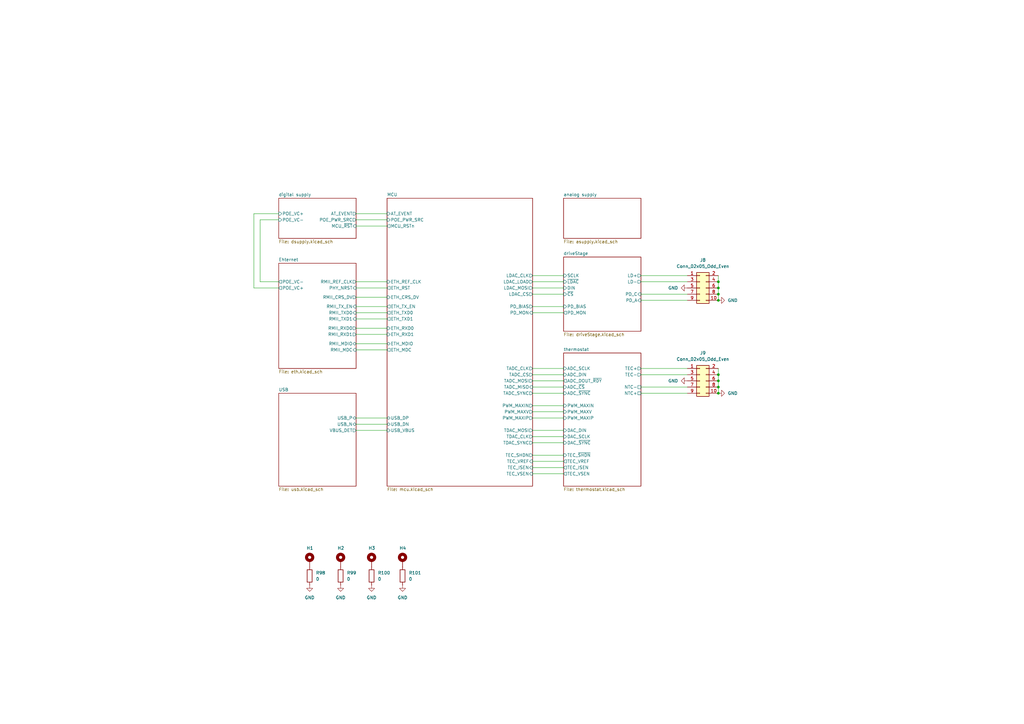
<source format=kicad_sch>
(kicad_sch (version 20211123) (generator eeschema)
  (paper "A3")
  (title_block (title "Kirdy") (date "2022-07-03") (rev "r0.1") (company "M-Labs") (comment 1 "Alex Wong Tat Hang"))
  (lib_symbols
    (symbol "Connector_Generic:Conn_02x05_Odd_Even" (pin_names (offset 1.016) hide)
      (property "Reference" "J" (at 1.27 7.62 0))
      (property "Value" "Conn_02x05_Odd_Even" (at 1.27 -7.62 0))
      (symbol "Conn_02x05_Odd_Even_1_1"
        (rectangle (start -1.27 -4.953) (end 0 -5.207) (stroke (width 0.1524)))
        (rectangle (start -1.27 -2.413) (end 0 -2.667) (stroke (width 0.1524)))
        (rectangle (start -1.27 0.127) (end 0 -0.127) (stroke (width 0.1524)))
        (rectangle (start -1.27 2.667) (end 0 2.413) (stroke (width 0.1524)))
        (rectangle (start -1.27 5.207) (end 0 4.953) (stroke (width 0.1524)))
        (rectangle (start -1.27 6.35) (end 3.81 -6.35) (stroke (width 0.254)) (fill (type background)))
        (rectangle (start 3.81 -4.953) (end 2.54 -5.207) (stroke (width 0.1524)))
        (rectangle (start 3.81 -2.413) (end 2.54 -2.667) (stroke (width 0.1524)))
        (rectangle (start 3.81 0.127) (end 2.54 -0.127) (stroke (width 0.1524)))
        (rectangle (start 3.81 2.667) (end 2.54 2.413) (stroke (width 0.1524)))
        (rectangle (start 3.81 5.207) (end 2.54 4.953) (stroke (width 0.1524)))
        (pin passive line (at -5.08 5.08 0) (length 3.81) (name "Pin_1") (number "1"))
        (pin passive line (at 7.62 -5.08 180) (length 3.81) (name "Pin_10") (number "10"))
        (pin passive line (at 7.62 5.08 180) (length 3.81) (name "Pin_2") (number "2"))
        (pin passive line (at -5.08 2.54 0) (length 3.81) (name "Pin_3") (number "3"))
        (pin passive line (at 7.62 2.54 180) (length 3.81) (name "Pin_4") (number "4"))
        (pin passive line (at -5.08 0 0) (length 3.81) (name "Pin_5") (number "5"))
        (pin passive line (at 7.62 0 180) (length 3.81) (name "Pin_6") (number "6"))
        (pin passive line (at -5.08 -2.54 0) (length 3.81) (name "Pin_7") (number "7"))
        (pin passive line (at 7.62 -2.54 180) (length 3.81) (name "Pin_8") (number "8"))
        (pin passive line (at -5.08 -5.08 0) (length 3.81) (name "Pin_9") (number "9"))
      )
    )
    (symbol "Device:R" (pin_numbers hide) (pin_names (offset 0))
      (property "Reference" "R" (at 2.032 0 90))
      (property "Value" "R" (at 0 0 90))
      (symbol "R_0_1"
        (rectangle (start -1.016 -2.54) (end 1.016 2.54) (stroke (width 0.254)))
      )
      (symbol "R_1_1"
        (pin passive line (at 0 3.81 270) (length 1.27) (name "~") (number "1"))
        (pin passive line (at 0 -3.81 90) (length 1.27) (name "~") (number "2"))
      )
    )
    (symbol "Mechanical:MountingHole_Pad" (pin_numbers hide) (pin_names (offset 1.016) hide)
      (property "Reference" "H" (at 0 6.35 0))
      (property "Value" "MountingHole_Pad" (at 0 4.445 0))
      (symbol "MountingHole_Pad_0_1"
        (circle (center 0 1.27) (radius 1.27) (stroke (width 1.27)))
      )
      (symbol "MountingHole_Pad_1_1"
        (pin input line (at 0 -2.54 90) (length 2.54) (name "1") (number "1"))
      )
    )
    (symbol "power:GND" (power) (pin_names (offset 0))
      (property "Value" "GND" (at 0 -3.81 0))
      (symbol "GND_0_1"
        (polyline (pts (xy 0 0) (xy 0 -1.27) (xy 1.27 -1.27) (xy 0 -2.54) (xy -1.27 -1.27) (xy 0 -1.27)))
      )
      (symbol "GND_1_1"
        (pin power_in line (at 0 0 270) (length 0) hide (name "GND") (number "1"))
      )
    )
  )
  (junction (at 294.64 161.29))
  (junction (at 294.64 118.11))
  (junction (at 294.64 158.75))
  (junction (at 294.64 156.21))
  (junction (at 294.64 120.65))
  (junction (at 294.64 115.57))
  (junction (at 294.64 153.67))
  (junction (at 294.64 123.19))
  (wire (pts (xy 146.05 176.53) (xy 158.75 176.53)))
  (wire (pts (xy 294.64 153.67) (xy 294.64 156.21)))
  (wire (pts (xy 218.44 168.91) (xy 231.14 168.91)))
  (wire (pts (xy 218.44 176.53) (xy 231.14 176.53)))
  (wire (pts (xy 294.64 115.57) (xy 294.64 118.11)))
  (wire (pts (xy 146.05 125.73) (xy 158.75 125.73)))
  (wire (pts (xy 262.89 123.19) (xy 281.94 123.19)))
  (wire (pts (xy 218.44 151.13) (xy 231.14 151.13)))
  (wire (pts (xy 146.05 173.99) (xy 158.75 173.99)))
  (wire (pts (xy 218.44 161.29) (xy 231.14 161.29)))
  (wire (pts (xy 146.05 115.57) (xy 158.75 115.57)))
  (wire (pts (xy 218.44 171.45) (xy 231.14 171.45)))
  (wire (pts (xy 146.05 140.97) (xy 158.75 140.97)))
  (wire (pts (xy 218.44 194.31) (xy 231.14 194.31)))
  (wire (pts (xy 218.44 153.67) (xy 231.14 153.67)))
  (wire (pts (xy 104.14 118.11) (xy 104.14 87.63)))
  (wire (pts (xy 218.44 166.37) (xy 231.14 166.37)))
  (wire (pts (xy 218.44 189.23) (xy 231.14 189.23)))
  (wire (pts (xy 218.44 179.07) (xy 231.14 179.07)))
  (wire (pts (xy 262.89 161.29) (xy 281.94 161.29)))
  (wire (pts (xy 146.05 121.92) (xy 158.75 121.92)))
  (wire (pts (xy 146.05 171.45) (xy 158.75 171.45)))
  (wire (pts (xy 146.05 87.63) (xy 158.75 87.63)))
  (wire (pts (xy 262.89 113.03) (xy 281.94 113.03)))
  (wire (pts (xy 146.05 90.17) (xy 158.75 90.17)))
  (wire (pts (xy 294.64 118.11) (xy 294.64 120.65)))
  (wire (pts (xy 106.68 115.57) (xy 106.68 90.17)))
  (wire (pts (xy 146.05 130.81) (xy 158.75 130.81)))
  (wire (pts (xy 218.44 115.57) (xy 231.14 115.57)))
  (wire (pts (xy 262.89 120.65) (xy 281.94 120.65)))
  (wire (pts (xy 106.68 90.17) (xy 114.3 90.17)))
  (wire (pts (xy 146.05 118.11) (xy 158.75 118.11)))
  (wire (pts (xy 146.05 128.27) (xy 158.75 128.27)))
  (wire (pts (xy 294.64 158.75) (xy 294.64 161.29)))
  (wire (pts (xy 114.3 118.11) (xy 104.14 118.11)))
  (wire (pts (xy 262.89 158.75) (xy 281.94 158.75)))
  (wire (pts (xy 146.05 134.62) (xy 158.75 134.62)))
  (wire (pts (xy 218.44 118.11) (xy 231.14 118.11)))
  (wire (pts (xy 294.64 120.65) (xy 294.64 123.19)))
  (wire (pts (xy 218.44 156.21) (xy 231.14 156.21)))
  (wire (pts (xy 218.44 128.27) (xy 231.14 128.27)))
  (wire (pts (xy 218.44 186.69) (xy 231.14 186.69)))
  (wire (pts (xy 218.44 125.73) (xy 231.14 125.73)))
  (wire (pts (xy 218.44 181.61) (xy 231.14 181.61)))
  (wire (pts (xy 218.44 158.75) (xy 231.14 158.75)))
  (wire (pts (xy 294.64 113.03) (xy 294.64 115.57)))
  (wire (pts (xy 218.44 120.65) (xy 231.14 120.65)))
  (wire (pts (xy 104.14 87.63) (xy 114.3 87.63)))
  (wire (pts (xy 262.89 151.13) (xy 281.94 151.13)))
  (wire (pts (xy 114.3 115.57) (xy 106.68 115.57)))
  (wire (pts (xy 262.89 153.67) (xy 281.94 153.67)))
  (wire (pts (xy 294.64 156.21) (xy 294.64 158.75)))
  (wire (pts (xy 146.05 143.51) (xy 158.75 143.51)))
  (wire (pts (xy 262.89 115.57) (xy 281.94 115.57)))
  (wire (pts (xy 218.44 191.77) (xy 231.14 191.77)))
  (wire (pts (xy 146.05 92.71) (xy 158.75 92.71)))
  (wire (pts (xy 218.44 113.03) (xy 231.14 113.03)))
  (wire (pts (xy 294.64 151.13) (xy 294.64 153.67)))
  (wire (pts (xy 146.05 137.16) (xy 158.75 137.16)))
  (symbol (lib_id "Connector_Generic:Conn_02x05_Odd_Even") (at 287.02 156.21 0) (unit 1)
    (property "Reference" "J9" (at 288.29 144.78 0))
    (property "Value" "Conn_02x05_Odd_Even" (at 288.29 147.32 0))
    (property "Footprint" "Connector_PinHeader_2.54mm:PinHeader_2x05_P2.54mm_Vertical_SMD" (effects hide))
    (property "MFR_PN" "3020-10-0300-00" (effects hide))
    (property "MFR_PN_ALT" "SBH11-NBPC-D05-SM-BK" (effects hide))
  )
  (symbol (lib_id "Device:R") (at 165.1 236.22 0) (unit 1)
    (property "Reference" "R101" (at 167.64 234.9499 0) (effects (justify left)))
    (property "Value" "0" (at 167.64 237.4899 0) (effects (justify left)))
    (property "Footprint" "Resistor_SMD:R_0603_1608Metric" (effects hide))
    (property "MFR_PN" "RMCF0603ZT0R00" (effects hide))
    (property "MFR_PN_ALT" "CR0603-J/-000ELF" (effects hide))
  )
  (symbol (lib_id "power:GND") (at 127 240.03 0) (unit 1)
    (property "Reference" "#PWR064" (effects hide))
    (property "Value" "GND" (at 127 245.11 0))
  )
  (symbol (lib_id "power:GND") (at 139.7 240.03 0) (unit 1)
    (property "Reference" "#PWR0163" (effects hide))
    (property "Value" "GND" (at 139.7 245.11 0))
  )
  (symbol (lib_id "Device:R") (at 127 236.22 0) (unit 1)
    (property "Reference" "R98" (at 129.54 234.9499 0) (effects (justify left)))
    (property "Value" "0" (at 129.54 237.4899 0) (effects (justify left)))
    (property "Footprint" "Resistor_SMD:R_0603_1608Metric" (effects hide))
    (property "MFR_PN" "RMCF0603ZT0R00" (effects hide))
    (property "MFR_PN_ALT" "CR0603-J/-000ELF" (effects hide))
  )
  (symbol (lib_id "Mechanical:MountingHole_Pad") (at 127 229.87 0) (unit 1)
    (property "Reference" "H1" (at 125.73 224.79 0) (effects (justify left)))
    (property "Value" "MountingHole_Pad" (effects hide))
    (property "Footprint" "MountingHole:MountingHole_2.7mm_M2.5_Pad_Via" (effects hide))
  )
  (symbol (lib_id "Device:R") (at 139.7 236.22 0) (unit 1)
    (property "Reference" "R99" (at 142.24 234.9499 0) (effects (justify left)))
    (property "Value" "0" (at 142.24 237.4899 0) (effects (justify left)))
    (property "Footprint" "Resistor_SMD:R_0603_1608Metric" (effects hide))
    (property "MFR_PN" "RMCF0603ZT0R00" (effects hide))
    (property "MFR_PN_ALT" "CR0603-J/-000ELF" (effects hide))
  )
  (symbol (lib_id "Mechanical:MountingHole_Pad") (at 139.7 229.87 0) (unit 1)
    (property "Reference" "H2" (at 138.43 224.79 0) (effects (justify left)))
    (property "Value" "MountingHole_Pad" (effects hide))
    (property "Footprint" "MountingHole:MountingHole_2.7mm_M2.5_Pad_Via" (effects hide))
  )
  (symbol (lib_id "power:GND") (at 294.64 161.29 90) (unit 1)
    (property "Reference" "#PWR0159" (effects hide))
    (property "Value" "GND" (at 298.45 161.2899 90) (effects (justify right)))
  )
  (symbol (lib_id "power:GND") (at 281.94 118.11 270) (unit 1)
    (property "Reference" "#PWR0156" (effects hide))
    (property "Value" "GND" (at 278.13 118.1099 90) (effects (justify right)))
  )
  (symbol (lib_id "Mechanical:MountingHole_Pad") (at 165.1 229.87 0) (unit 1)
    (property "Reference" "H4" (at 163.83 224.79 0) (effects (justify left)))
    (property "Value" "MountingHole_Pad" (effects hide))
    (property "Footprint" "MountingHole:MountingHole_2.7mm_M2.5_Pad_Via" (effects hide))
  )
  (symbol (lib_id "Mechanical:MountingHole_Pad") (at 152.4 229.87 0) (unit 1)
    (property "Reference" "H3" (at 151.13 224.79 0) (effects (justify left)))
    (property "Value" "MountingHole_Pad" (effects hide))
    (property "Footprint" "MountingHole:MountingHole_2.7mm_M2.5_Pad_Via" (effects hide))
  )
  (symbol (lib_id "power:GND") (at 152.4 240.03 0) (unit 1)
    (property "Reference" "#PWR0164" (effects hide))
    (property "Value" "GND" (at 152.4 245.11 0))
  )
  (symbol (lib_id "power:GND") (at 294.64 123.19 90) (unit 1)
    (property "Reference" "#PWR0158" (effects hide))
    (property "Value" "GND" (at 298.45 123.1899 90) (effects (justify right)))
  )
  (symbol (lib_id "Connector_Generic:Conn_02x05_Odd_Even") (at 287.02 118.11 0) (unit 1)
    (property "Reference" "J8" (at 288.29 106.68 0))
    (property "Value" "Conn_02x05_Odd_Even" (at 288.29 109.22 0))
    (property "Footprint" "Connector_PinHeader_2.54mm:PinHeader_2x05_P2.54mm_Vertical_SMD" (effects hide))
    (property "MFR_PN" "3020-10-0300-00" (effects hide))
    (property "MFR_PN_ALT" "SBH11-NBPC-D05-SM-BK" (effects hide))
  )
  (symbol (lib_id "power:GND") (at 165.1 240.03 0) (unit 1)
    (property "Reference" "#PWR0165" (effects hide))
    (property "Value" "GND" (at 165.1 245.11 0))
  )
  (symbol (lib_id "power:GND") (at 281.94 156.21 270) (unit 1)
    (property "Reference" "#PWR0157" (effects hide))
    (property "Value" "GND" (at 278.13 156.2099 90) (effects (justify right)))
  )
  (symbol (lib_id "Device:R") (at 152.4 236.22 0) (unit 1)
    (property "Reference" "R100" (at 154.94 234.9499 0) (effects (justify left)))
    (property "Value" "0" (at 154.94 237.4899 0) (effects (justify left)))
    (property "Footprint" "Resistor_SMD:R_0603_1608Metric" (effects hide))
    (property "MFR_PN" "RMCF0603ZT0R00" (effects hide))
    (property "MFR_PN_ALT" "CR0603-J/-000ELF" (effects hide))
  )
  (sheet (at 114.3 107.95) (size 31.75 43.18) (stroke (width 0.1524))
    (property "Sheet name" "Ehternet" (at 114.3 107.2384 0) (effects (justify left bottom)))
    (property "Sheet file" "eth.kicad_sch" (at 114.3 151.7146 0) (effects (justify left top)))
    (pin "RMII_MDIO" bidirectional (at 146.05 140.97 0))
    (pin "PHY_NRST" input (at 146.05 118.11 0))
    (pin "RMII_MDC" input (at 146.05 143.51 0))
    (pin "RMII_CRS_DV" output (at 146.05 121.92 0))
    (pin "RMII_TX_EN" input (at 146.05 125.73 0))
    (pin "RMII_TXD0" input (at 146.05 128.27 0))
    (pin "RMII_TXD1" input (at 146.05 130.81 0))
    (pin "RMII_RXD0" output (at 146.05 134.62 0))
    (pin "RMII_RXD1" output (at 146.05 137.16 0))
    (pin "POE_VC-" output (at 114.3 115.57 180))
    (pin "POE_VC+" output (at 114.3 118.11 180))
    (pin "RMII_REF_CLK" output (at 146.05 115.57 0))
  )
  (sheet (at 114.3 161.29) (size 31.75 38.1) (stroke (width 0.1524))
    (property "Sheet name" "USB" (at 114.3 160.5784 0) (effects (justify left bottom)))
    (property "Sheet file" "usb.kicad_sch" (at 114.3 199.9746 0) (effects (justify left top)))
    (pin "USB_N" bidirectional (at 146.05 173.99 0))
    (pin "USB_P" bidirectional (at 146.05 171.45 0))
    (pin "VBUS_DET" output (at 146.05 176.53 0))
  )
  (sheet (at 231.14 105.41) (size 31.75 30.48) (stroke (width 0.1524))
    (property "Sheet name" "driveStage" (at 231.14 104.6984 0) (effects (justify left bottom)))
    (property "Sheet file" "driveStage.kicad_sch" (at 231.14 136.4746 0) (effects (justify left top)))
    (pin "LD-" output (at 262.89 115.57 0))
    (pin "LD+" output (at 262.89 113.03 0))
    (pin "SCLK" input (at 231.14 113.03 180))
    (pin "DIN" input (at 231.14 118.11 180))
    (pin "~{LDAC}" input (at 231.14 115.57 180))
    (pin "~{CS}" input (at 231.14 120.65 180))
    (pin "PD_A" input (at 262.89 123.19 0))
    (pin "PD_C" input (at 262.89 120.65 0))
    (pin "PD_BIAS" input (at 231.14 125.73 180))
    (pin "PD_MON" output (at 231.14 128.27 180))
  )
  (sheet (at 114.3 81.28) (size 31.75 16.51) (stroke (width 0.1524))
    (property "Sheet name" "digital supply" (at 114.3 80.5684 0) (effects (justify left bottom)))
    (property "Sheet file" "dsupply.kicad_sch" (at 114.3 98.3746 0) (effects (justify left top)))
    (pin "POE_VC-" input (at 114.3 90.17 180))
    (pin "MCU_~{RST}" input (at 146.05 92.71 0))
    (pin "POE_VC+" input (at 114.3 87.63 180))
    (pin "POE_PWR_SRC" output (at 146.05 90.17 0))
    (pin "AT_EVENT" output (at 146.05 87.63 0))
  )
  (sheet (at 231.14 144.78) (size 31.75 54.61) (stroke (width 0.1524))
    (property "Sheet name" "thermostat" (at 231.14 144.0684 0) (effects (justify left bottom)))
    (property "Sheet file" "thermostat.kicad_sch" (at 231.14 199.9746 0) (effects (justify left top)))
    (pin "TEC-" output (at 262.89 153.67 0))
    (pin "TEC+" output (at 262.89 151.13 0))
    (pin "NTC-" passive (at 262.89 158.75 0))
    (pin "NTC+" passive (at 262.89 161.29 0))
    (pin "DAC_~{SYNC}" input (at 231.14 181.61 180))
    (pin "DAC_SCLK" input (at 231.14 179.07 180))
    (pin "DAC_DIN" input (at 231.14 176.53 180))
    (pin "PWM_MAXV" input (at 231.14 168.91 180))
    (pin "ADC_SCLK" input (at 231.14 151.13 180))
    (pin "ADC_DIN" input (at 231.14 153.67 180))
    (pin "ADC_DOUT_~{RDY}" output (at 231.14 156.21 180))
    (pin "ADC_~{CS}" input (at 231.14 158.75 180))
    (pin "ADC_~{SYNC}" input (at 231.14 161.29 180))
    (pin "PWM_MAXIN" input (at 231.14 166.37 180))
    (pin "PWM_MAXIP" input (at 231.14 171.45 180))
    (pin "TEC_~{SHDN}" input (at 231.14 186.69 180))
    (pin "TEC_ISEN" output (at 231.14 191.77 180))
    (pin "TEC_VREF" output (at 231.14 189.23 180))
    (pin "TEC_VSEN" output (at 231.14 194.31 180))
  )
  (sheet (at 231.14 81.28) (size 31.75 16.51) (stroke (width 0.1524))
    (property "Sheet name" "analog supply" (at 231.14 80.5684 0) (effects (justify left bottom)))
    (property "Sheet file" "asupply.kicad_sch" (at 231.14 98.3746 0) (effects (justify left top)))
  )
  (sheet (at 158.75 81.28) (size 59.69 118.11) (stroke (width 0.1524))
    (property "Sheet name" "MCU" (at 158.75 80.5684 0) (effects (justify left bottom)))
    (property "Sheet file" "mcu.kicad_sch" (at 158.75 199.9746 0) (effects (justify left top)))
    (pin "ETH_RST" output (at 158.75 118.11 180))
    (pin "ETH_MDIO" bidirectional (at 158.75 140.97 180))
    (pin "PD_MON" input (at 218.44 128.27 0))
    (pin "PD_BIAS" output (at 218.44 125.73 0))
    (pin "TEC_SHDN" output (at 218.44 186.69 0))
    (pin "TEC_VREF" input (at 218.44 189.23 0))
    (pin "ETH_CRS_DV" input (at 158.75 121.92 180))
    (pin "USB_VBUS" input (at 158.75 176.53 180))
    (pin "TEC_ISEN" input (at 218.44 191.77 0))
    (pin "TEC_VSEN" input (at 218.44 194.31 0))
    (pin "USB_DP" bidirectional (at 158.75 171.45 180))
    (pin "USB_DN" bidirectional (at 158.75 173.99 180))
    (pin "TADC_CS" output (at 218.44 153.67 0))
    (pin "LDAC_CLK" output (at 218.44 113.03 0))
    (pin "ETH_TX_EN" output (at 158.75 125.73 180))
    (pin "ETH_TXD0" output (at 158.75 128.27 180))
    (pin "ETH_TXD1" output (at 158.75 130.81 180))
    (pin "LDAC_LOAD" output (at 218.44 115.57 0))
    (pin "AT_EVENT" input (at 158.75 87.63 180))
    (pin "POE_PWR_SRC" input (at 158.75 90.17 180))
    (pin "ETH_RXD0" input (at 158.75 134.62 180))
    (pin "ETH_RXD1" input (at 158.75 137.16 180))
    (pin "LDAC_MOSI" output (at 218.44 118.11 0))
    (pin "TADC_MOSI" output (at 218.44 156.21 0))
    (pin "TADC_MISO" input (at 218.44 158.75 0))
    (pin "PWM_MAXIP" output (at 218.44 171.45 0))
    (pin "ETH_MDC" output (at 158.75 143.51 180))
    (pin "LDAC_CS" output (at 218.44 120.65 0))
    (pin "TADC_SYNC" output (at 218.44 161.29 0))
    (pin "TDAC_CLK" output (at 218.44 179.07 0))
    (pin "TDAC_SYNC" output (at 218.44 181.61 0))
    (pin "TDAC_MOSI" output (at 218.44 176.53 0))
    (pin "PWM_MAXIN" output (at 218.44 166.37 0))
    (pin "PWM_MAXV" output (at 218.44 168.91 0))
    (pin "TADC_CLK" output (at 218.44 151.13 0))
    (pin "ETH_REF_CLK" input (at 158.75 115.57 180))
    (pin "MCU_RSTn" output (at 158.75 92.71 180))
  )
)
</source>
